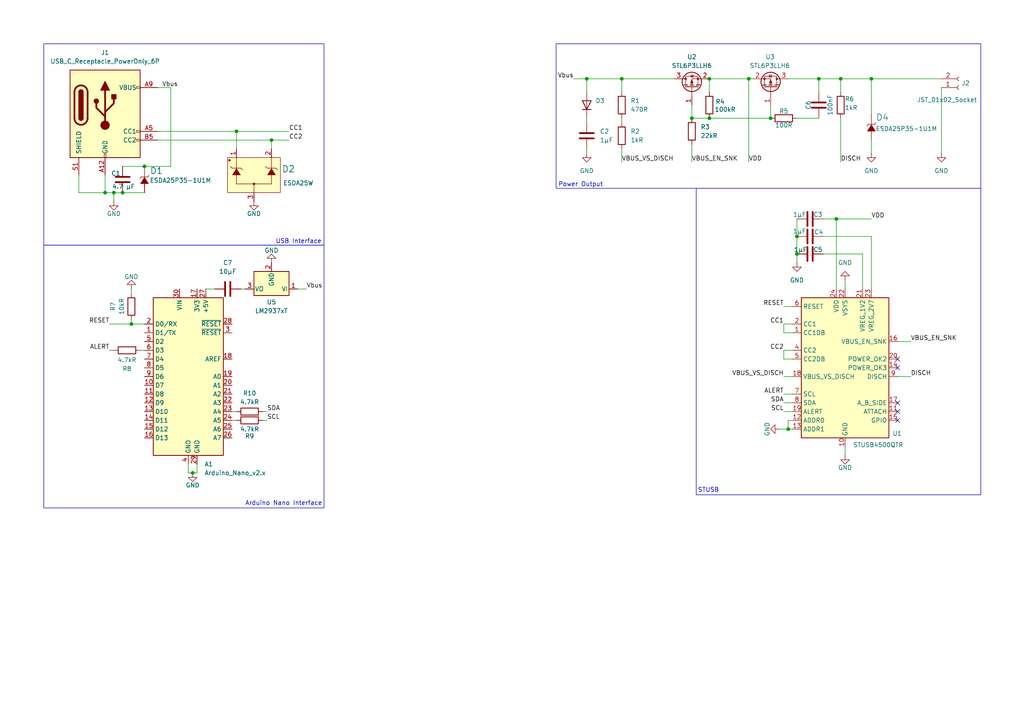
<source format=kicad_sch>
(kicad_sch (version 20250114) (generator "eeschema") (generator_version "9.0")
  (paper "A4")
  (lib_symbols
    (symbol "Connector:Conn_01x02_Socket" (pin_names (offset 1.016) (hide yes))
      (property "Reference" "J" (at 0 2.54 0))
      (property "Value" "Conn_01x02_Socket" (at 0 -5.08 0))
      (symbol "Conn_01x02_Socket_1_1"
        (polyline (pts (xy -1.27 0) (xy -0.508 0)) (stroke (width 0.1524)))
        (polyline (pts (xy -1.27 -2.54) (xy -0.508 -2.54)) (stroke (width 0.1524)))
        (arc (start 0 -0.508) (mid -0.5058 0) (end 0 0.508) (stroke (width 0.1524)))
        (arc (start 0 -3.048) (mid -0.5058 -2.54) (end 0 -2.032) (stroke (width 0.1524)))
        (pin passive line (at -5.08 0 0) (length 3.81) (name "Pin_1") (number "1"))
        (pin passive line (at -5.08 -2.54 0) (length 3.81) (name "Pin_2") (number "2"))
      )
    )
    (symbol "Connector:USB_C_Receptacle_PowerOnly_6P" (pin_names (offset 1.016))
      (property "Reference" "J" (at 0 16.51 0))
      (property "Value" "USB_C_Receptacle_PowerOnly_6P" (at 0 13.97 0))
      (symbol "USB_C_Receptacle_PowerOnly_6P_0_0"
        (rectangle (start -0.254 -12.7) (end 0.254 -11.684))
        (rectangle (start 10.16 7.874) (end 9.144 7.366))
        (rectangle (start 10.16 -4.826) (end 9.144 -5.334))
        (rectangle (start 10.16 -7.366) (end 9.144 -7.874))
      )
      (symbol "USB_C_Receptacle_PowerOnly_6P_0_1"
        (rectangle (start -10.16 12.7) (end 10.16 -12.7) (stroke (width 0.254)) (fill (type background)))
        (polyline (pts (xy -8.89 -1.27) (xy -8.89 6.35)) (stroke (width 0.508)))
        (rectangle (start -7.62 -1.27) (end -6.35 6.35) (stroke (width 0.254)) (fill (type outline)))
        (arc (start -7.62 6.35) (mid -6.985 6.9823) (end -6.35 6.35) (stroke (width 0.254)))
        (arc (start -7.62 6.35) (mid -6.985 6.9823) (end -6.35 6.35) (stroke (width 0.254)) (fill (type outline)))
        (arc (start -8.89 6.35) (mid -6.985 8.2467) (end -5.08 6.35) (stroke (width 0.508)))
        (arc (start -5.08 -1.27) (mid -6.985 -3.1667) (end -8.89 -1.27) (stroke (width 0.508)))
        (arc (start -6.35 -1.27) (mid -6.985 -1.9023) (end -7.62 -1.27) (stroke (width 0.254)))
        (arc (start -6.35 -1.27) (mid -6.985 -1.9023) (end -7.62 -1.27) (stroke (width 0.254)) (fill (type outline)))
        (polyline (pts (xy -5.08 6.35) (xy -5.08 -1.27)) (stroke (width 0.508)))
        (circle (center -2.54 3.683) (radius 0.635) (stroke (width 0.254)) (fill (type outline)))
        (polyline (pts (xy -1.27 6.858) (xy 0 9.398) (xy 1.27 6.858) (xy -1.27 6.858)) (stroke (width 0.254)) (fill (type outline)))
        (polyline (pts (xy 0 0.508) (xy 2.54 3.048) (xy 2.54 4.318)) (stroke (width 0.508)))
        (polyline (pts (xy 0 -0.762) (xy -2.54 1.778) (xy -2.54 3.048)) (stroke (width 0.508)))
        (polyline (pts (xy 0 -3.302) (xy 0 6.858)) (stroke (width 0.508)))
        (circle (center 0 -3.302) (radius 1.27) (fill (type outline)))
        (rectangle (start 1.905 4.318) (end 3.175 5.588) (stroke (width 0.254)) (fill (type outline)))
      )
      (symbol "USB_C_Receptacle_PowerOnly_6P_1_1"
        (pin passive line (at -7.62 -17.78 90) (length 5.08) (name "SHIELD") (number "S1"))
        (pin passive line (at 0 -17.78 90) (length 5.08) (name "GND") (number "A12"))
        (pin passive line (at 0 -17.78 90) (length 5.08) (hide yes) (name "GND") (number "B12"))
        (pin passive line (at 15.24 7.62 180) (length 5.08) (name "VBUS") (number "A9"))
        (pin passive line (at 15.24 7.62 180) (length 5.08) (hide yes) (name "VBUS") (number "B9"))
        (pin bidirectional line (at 15.24 -5.08 180) (length 5.08) (name "CC1") (number "A5"))
        (pin bidirectional line (at 15.24 -7.62 180) (length 5.08) (name "CC2") (number "B5"))
      )
    )
    (symbol "Device:C" (pin_numbers (hide yes)) (pin_names (offset 0.254))
      (property "Reference" "C" (at 0.635 2.54 0))
      (property "Value" "C" (at 0.635 -2.54 0))
      (symbol "C_0_1"
        (polyline (pts (xy -2.032 0.762) (xy 2.032 0.762)) (stroke (width 0.508)))
        (polyline (pts (xy -2.032 -0.762) (xy 2.032 -0.762)) (stroke (width 0.508)))
      )
      (symbol "C_1_1"
        (pin passive line (at 0 3.81 270) (length 2.794) (name "~") (number "1"))
        (pin passive line (at 0 -3.81 90) (length 2.794) (name "~") (number "2"))
      )
    )
    (symbol "Device:D" (pin_numbers (hide yes)) (pin_names (offset 1.016) (hide yes))
      (property "Reference" "D" (at 0 2.54 0))
      (property "Value" "D" (at 0 -2.54 0))
      (symbol "D_0_1"
        (polyline (pts (xy -1.27 1.27) (xy -1.27 -1.27)) (stroke (width 0.254)))
        (polyline (pts (xy 1.27 1.27) (xy 1.27 -1.27) (xy -1.27 0) (xy 1.27 1.27)) (stroke (width 0.254)))
        (polyline (pts (xy 1.27 0) (xy -1.27 0)))
      )
      (symbol "D_1_1"
        (pin passive line (at -3.81 0 0) (length 2.54) (name "K") (number "1"))
        (pin passive line (at 3.81 0 180) (length 2.54) (name "A") (number "2"))
      )
    )
    (symbol "Device:R" (pin_numbers (hide yes)) (pin_names (offset 0))
      (property "Reference" "R" (at 2.032 0 90))
      (property "Value" "R" (at 0 0 90))
      (symbol "R_0_1"
        (rectangle (start -1.016 -2.54) (end 1.016 2.54) (stroke (width 0.254)))
      )
      (symbol "R_1_1"
        (pin passive line (at 0 3.81 270) (length 1.27) (name "~") (number "1"))
        (pin passive line (at 0 -3.81 90) (length 1.27) (name "~") (number "2"))
      )
    )
    (symbol "ESDA25P35-1U1M:ESDA25P35-1U1M" (pin_numbers (hide yes)) (pin_names (hide yes))
      (property "Reference" "D" (at -0.254 -6.604 0))
      (property "Value" "ESDA25P35-1U1M" (at -7.874 -6.858 0))
      (symbol "ESDA25P35-1U1M_1_0"
        (polyline (pts (xy 0 -3.81) (xy 0 -3.81) (xy 0 -3.81) (xy 2.032 -2.54) (xy 0 -1.27) (xy 0 -3.81)) (stroke (width -0.0001)) (fill (type outline)))
        (polyline (pts (xy 1.524 -1.27) (xy 2.032 -1.524)))
        (polyline (pts (xy 2.032 -1.524) (xy 2.032 -3.556)))
        (polyline (pts (xy 2.032 -3.556) (xy 2.54 -3.81)))
        (polyline (pts (xy 5.08 -2.54) (xy 2.032 -2.54)))
        (pin passive line (at -2.54 -2.54 0) (length 2.54) (name "A") (number "2"))
        (pin passive line (at 5.08 -2.54 180) (length 0) (name "K") (number "1"))
      )
    )
    (symbol "ESDA25W:ESDA25W" (pin_names (hide yes))
      (property "Reference" "D" (at -0.254 -17.78 0))
      (property "Value" "ESDA25W" (at -0.508 -17.018 0))
      (symbol "ESDA25W_1_0"
        (polyline (pts (xy 0 -2.54) (xy 3.048 -2.54)))
        (circle (center 0.762 -0.508) (radius 0.254) (fill (type outline)))
        (polyline (pts (xy 3.048 -1.27) (xy 2.54 -0.762)))
        (polyline (pts (xy 3.048 -1.27) (xy 3.048 -3.81)))
        (polyline (pts (xy 3.048 -11.43) (xy 2.54 -10.922)))
        (polyline (pts (xy 3.048 -11.43) (xy 3.048 -13.97)))
        (polyline (pts (xy 3.048 -12.7) (xy 0 -12.7)))
        (polyline (pts (xy 3.556 -4.318) (xy 3.048 -3.81)))
        (polyline (pts (xy 3.556 -14.478) (xy 3.048 -13.97)))
        (polyline (pts (xy 5.08 -1.27) (xy 5.08 -3.81) (xy 5.08 -1.27) (xy 3.048 -2.54) (xy 5.08 -3.81) (xy 5.08 -1.27)) (stroke (width -0.0001)) (fill (type outline)))
        (polyline (pts (xy 5.08 -2.54) (xy 7.62 -2.54)))
        (polyline (pts (xy 5.08 -11.43) (xy 5.08 -11.43) (xy 5.08 -11.43) (xy 3.048 -12.7) (xy 5.08 -13.97) (xy 5.08 -11.43)) (stroke (width -0.0001)) (fill (type outline)))
        (circle (center 7.62 -7.62) (radius 0.254) (fill (type outline)))
        (polyline (pts (xy 7.62 -12.7) (xy 5.08 -12.7)))
        (polyline (pts (xy 7.62 -12.7) (xy 7.62 -2.54)))
        (rectangle (start 10.16 0) (end 0 -15.24) (stroke (width 0) (color 128 0 0 1)) (fill (type background)))
        (polyline (pts (xy 10.16 -7.62) (xy 7.62 -7.62)))
        (pin passive line (at -2.54 -2.54 0) (length 2.54) (name "1") (number "1"))
        (pin passive line (at -2.54 -12.7 0) (length 2.54) (name "2") (number "2"))
        (pin passive line (at 12.7 -7.62 180) (length 2.54) (name "3") (number "3"))
      )
    )
    (symbol "Interface_USB:STUSB4500QTR"
      (property "Reference" "U" (at -12.7 21.59 0))
      (property "Value" "STUSB4500QTR" (at 8.89 -21.59 0))
      (symbol "STUSB4500QTR_0_1"
        (rectangle (start -12.7 20.32) (end 12.7 -20.32) (stroke (width 0.254)) (fill (type background)))
      )
      (symbol "STUSB4500QTR_1_1"
        (pin input line (at -15.24 17.78 0) (length 2.54) (name "RESET") (number "6"))
        (pin bidirectional line (at -15.24 12.7 0) (length 2.54) (name "CC1") (number "2"))
        (pin bidirectional line (at -15.24 10.16 0) (length 2.54) (name "CC1DB") (number "1"))
        (pin bidirectional line (at -15.24 5.08 0) (length 2.54) (name "CC2") (number "4"))
        (pin bidirectional line (at -15.24 2.54 0) (length 2.54) (name "CC2DB") (number "5"))
        (pin input line (at -15.24 -2.54 0) (length 2.54) (name "VBUS_VS_DISCH") (number "18"))
        (pin input line (at -15.24 -7.62 0) (length 2.54) (name "SCL") (number "7"))
        (pin bidirectional line (at -15.24 -10.16 0) (length 2.54) (name "SDA") (number "8"))
        (pin open_collector line (at -15.24 -12.7 0) (length 2.54) (name "ALERT") (number "19"))
        (pin input line (at -15.24 -15.24 0) (length 2.54) (name "ADDR0") (number "12"))
        (pin input line (at -15.24 -17.78 0) (length 2.54) (name "ADDR1") (number "13"))
        (pin no_connect line (at -12.7 15.24 0) (length 2.54) (hide yes) (name "NC") (number "3"))
        (pin power_in line (at -2.54 22.86 270) (length 2.54) (name "VDD") (number "24"))
        (pin power_in line (at 0 22.86 270) (length 2.54) (name "VSYS") (number "22"))
        (pin power_in line (at 0 -22.86 90) (length 2.54) (name "GND") (number "10"))
        (pin passive line (at 0 -22.86 90) (length 2.54) (hide yes) (name "GND") (number "25"))
        (pin power_out line (at 5.08 22.86 270) (length 2.54) (name "VREG_1V2") (number "21"))
        (pin power_out line (at 7.62 22.86 270) (length 2.54) (name "VREG_2V7") (number "23"))
        (pin open_collector line (at 15.24 7.62 180) (length 2.54) (name "VBUS_EN_SNK") (number "16"))
        (pin open_collector line (at 15.24 2.54 180) (length 2.54) (name "POWER_OK2") (number "20"))
        (pin open_collector line (at 15.24 0 180) (length 2.54) (name "POWER_OK3") (number "14"))
        (pin bidirectional line (at 15.24 -2.54 180) (length 2.54) (name "DISCH") (number "9"))
        (pin open_collector line (at 15.24 -10.16 180) (length 2.54) (name "A_B_SIDE") (number "17"))
        (pin open_collector line (at 15.24 -12.7 180) (length 2.54) (name "ATTACH") (number "11"))
        (pin open_collector line (at 15.24 -15.24 180) (length 2.54) (name "GPIO") (number "15"))
      )
    )
    (symbol "MCU_Module:Arduino_Nano_v2.x"
      (property "Reference" "A" (at -10.16 23.495 0))
      (property "Value" "Arduino_Nano_v2.x" (at 5.08 -24.13 0))
      (symbol "Arduino_Nano_v2.x_0_1"
        (rectangle (start -10.16 22.86) (end 10.16 -22.86) (stroke (width 0.254)) (fill (type background)))
      )
      (symbol "Arduino_Nano_v2.x_1_1"
        (pin bidirectional line (at -12.7 15.24 0) (length 2.54) (name "D0/RX") (number "2"))
        (pin bidirectional line (at -12.7 12.7 0) (length 2.54) (name "D1/TX") (number "1"))
        (pin bidirectional line (at -12.7 10.16 0) (length 2.54) (name "D2") (number "5"))
        (pin bidirectional line (at -12.7 7.62 0) (length 2.54) (name "D3") (number "6"))
        (pin bidirectional line (at -12.7 5.08 0) (length 2.54) (name "D4") (number "7"))
        (pin bidirectional line (at -12.7 2.54 0) (length 2.54) (name "D5") (number "8"))
        (pin bidirectional line (at -12.7 0 0) (length 2.54) (name "D6") (number "9"))
        (pin bidirectional line (at -12.7 -2.54 0) (length 2.54) (name "D7") (number "10"))
        (pin bidirectional line (at -12.7 -5.08 0) (length 2.54) (name "D8") (number "11"))
        (pin bidirectional line (at -12.7 -7.62 0) (length 2.54) (name "D9") (number "12"))
        (pin bidirectional line (at -12.7 -10.16 0) (length 2.54) (name "D10") (number "13"))
        (pin bidirectional line (at -12.7 -12.7 0) (length 2.54) (name "D11") (number "14"))
        (pin bidirectional line (at -12.7 -15.24 0) (length 2.54) (name "D12") (number "15"))
        (pin bidirectional line (at -12.7 -17.78 0) (length 2.54) (name "D13") (number "16"))
        (pin power_in line (at -2.54 25.4 270) (length 2.54) (name "VIN") (number "30"))
        (pin power_in line (at 0 -25.4 90) (length 2.54) (name "GND") (number "4"))
        (pin power_out line (at 2.54 25.4 270) (length 2.54) (name "3V3") (number "17"))
        (pin power_in line (at 2.54 -25.4 90) (length 2.54) (name "GND") (number "29"))
        (pin power_out line (at 5.08 25.4 270) (length 2.54) (name "+5V") (number "27"))
        (pin input line (at 12.7 15.24 180) (length 2.54) (name "~{RESET}") (number "28"))
        (pin input line (at 12.7 12.7 180) (length 2.54) (name "~{RESET}") (number "3"))
        (pin input line (at 12.7 5.08 180) (length 2.54) (name "AREF") (number "18"))
        (pin bidirectional line (at 12.7 0 180) (length 2.54) (name "A0") (number "19"))
        (pin bidirectional line (at 12.7 -2.54 180) (length 2.54) (name "A1") (number "20"))
        (pin bidirectional line (at 12.7 -5.08 180) (length 2.54) (name "A2") (number "21"))
        (pin bidirectional line (at 12.7 -7.62 180) (length 2.54) (name "A3") (number "22"))
        (pin bidirectional line (at 12.7 -10.16 180) (length 2.54) (name "A4") (number "23"))
        (pin bidirectional line (at 12.7 -12.7 180) (length 2.54) (name "A5") (number "24"))
        (pin bidirectional line (at 12.7 -15.24 180) (length 2.54) (name "A6") (number "25"))
        (pin bidirectional line (at 12.7 -17.78 180) (length 2.54) (name "A7") (number "26"))
      )
    )
    (symbol "Regulator_Linear:LM2937xT" (pin_names (offset 0.254))
      (property "Reference" "U" (at -3.81 3.175 0))
      (property "Value" "LM2937xT" (at 0 3.175 0))
      (symbol "LM2937xT_0_1"
        (rectangle (start -5.08 1.905) (end 5.08 -5.08) (stroke (width 0.254)) (fill (type background)))
      )
      (symbol "LM2937xT_1_1"
        (pin power_in line (at -7.62 0 0) (length 2.54) (name "VI") (number "1"))
        (pin power_in line (at 0 -7.62 90) (length 2.54) (name "GND") (number "2"))
        (pin power_out line (at 7.62 0 180) (length 2.54) (name "VO") (number "3"))
      )
    )
    (symbol "Transistor_FET:AO3401A" (pin_names (hide yes))
      (property "Reference" "Q" (at 5.08 1.905 0))
      (property "Value" "AO3401A" (at 5.08 0 0))
      (symbol "AO3401A_0_1"
        (polyline (pts (xy 0.254 1.905) (xy 0.254 -1.905)) (stroke (width 0.254)))
        (polyline (pts (xy 0.254 0) (xy -2.54 0)))
        (polyline (pts (xy 0.762 2.286) (xy 0.762 1.27)) (stroke (width 0.254)))
        (polyline (pts (xy 0.762 1.778) (xy 3.302 1.778) (xy 3.302 -1.778) (xy 0.762 -1.778)))
        (polyline (pts (xy 0.762 0.508) (xy 0.762 -0.508)) (stroke (width 0.254)))
        (polyline (pts (xy 0.762 -1.27) (xy 0.762 -2.286)) (stroke (width 0.254)))
        (circle (center 1.651 0) (radius 2.794) (stroke (width 0.254)))
        (polyline (pts (xy 2.286 0) (xy 1.27 0.381) (xy 1.27 -0.381) (xy 2.286 0)) (fill (type outline)))
        (polyline (pts (xy 2.54 2.54) (xy 2.54 1.778)))
        (circle (center 2.54 1.778) (radius 0.254) (fill (type outline)))
        (circle (center 2.54 -1.778) (radius 0.254) (fill (type outline)))
        (polyline (pts (xy 2.54 -2.54) (xy 2.54 0) (xy 0.762 0)))
        (polyline (pts (xy 2.794 -0.508) (xy 2.921 -0.381) (xy 3.683 -0.381) (xy 3.81 -0.254)))
        (polyline (pts (xy 3.302 -0.381) (xy 2.921 0.254) (xy 3.683 0.254) (xy 3.302 -0.381)))
      )
      (symbol "AO3401A_1_1"
        (pin input line (at -5.08 0 0) (length 2.54) (name "G") (number "1"))
        (pin passive line (at 2.54 5.08 270) (length 2.54) (name "D") (number "3"))
        (pin passive line (at 2.54 -5.08 90) (length 2.54) (name "S") (number "2"))
      )
    )
    (symbol "power:GND" (power) (pin_numbers (hide yes)) (pin_names (offset 0) (hide yes))
      (property "Value" "GND" (at 0 -3.81 0))
      (symbol "GND_0_1"
        (polyline (pts (xy 0 0) (xy 0 -1.27) (xy 1.27 -1.27) (xy 0 -2.54) (xy -1.27 -1.27) (xy 0 -1.27)))
      )
      (symbol "GND_1_1"
        (pin power_in line (at 0 0 270) (length 0) (name "~") (number "1"))
      )
    )
  )
  (rectangle (start 12.7 12.7) (end 93.98 71.12))
  (rectangle (start 12.7 71.12) (end 93.98 147.32))
  (rectangle (start 161.29 12.7) (end 284.48 54.61))
  (rectangle (start 201.93 54.61) (end 284.48 143.51))
  (text "STUSB" (at 205.486 142.24 0) (effects (font (size 1.27 1.27))))
  (text "Arduino Nano Interface" (at 82.296 146.05 0) (effects (font (size 1.27 1.27))))
  (text "USB Interface" (at 86.614 70.104 0) (effects (font (size 1.27 1.27))))
  (text "Power Output" (at 168.402 53.594 0) (effects (font (size 1.27 1.27))))
  (junction (at 223.52 34.29))
  (junction (at 38.1 93.98))
  (junction (at 231.14 73.66))
  (junction (at 41.91 48.26))
  (junction (at 68.58 38.1))
  (junction (at 252.73 22.86))
  (junction (at 237.49 22.86))
  (junction (at 33.02 55.88))
  (junction (at 180.34 22.86))
  (junction (at 205.74 34.29))
  (junction (at 205.74 22.86))
  (junction (at 30.48 55.88))
  (junction (at 231.14 68.58))
  (junction (at 242.57 63.5))
  (junction (at 217.17 22.86))
  (junction (at 78.74 40.64))
  (junction (at 170.18 22.86))
  (junction (at 200.66 34.29))
  (junction (at 55.88 137.16))
  (junction (at 35.56 55.88))
  (junction (at 228.6 124.46))
  (junction (at 243.84 22.86))
  (no_connect (at 260.35 116.84))
  (no_connect (at 260.35 119.38))
  (no_connect (at 260.35 104.14))
  (no_connect (at 260.35 106.68))
  (no_connect (at 260.35 121.92))
  (wire (pts (xy 245.11 81.28) (xy 245.11 83.82)))
  (wire (pts (xy 243.84 26.67) (xy 243.84 22.86)))
  (wire (pts (xy 35.56 48.26) (xy 41.91 48.26)))
  (wire (pts (xy 205.74 22.86) (xy 217.17 22.86)))
  (wire (pts (xy 243.84 46.99) (xy 243.84 34.29)))
  (wire (pts (xy 227.33 119.38) (xy 229.87 119.38)))
  (wire (pts (xy 227.33 109.22) (xy 229.87 109.22)))
  (wire (pts (xy 49.53 25.4) (xy 49.53 48.26)))
  (wire (pts (xy 252.73 83.82) (xy 252.73 68.58)))
  (wire (pts (xy 228.6 121.92) (xy 228.6 124.46)))
  (wire (pts (xy 200.66 30.48) (xy 200.66 34.29)))
  (wire (pts (xy 242.57 83.82) (xy 242.57 63.5)))
  (wire (pts (xy 69.85 83.82) (xy 71.12 83.82)))
  (wire (pts (xy 200.66 34.29) (xy 205.74 34.29)))
  (wire (pts (xy 237.49 34.29) (xy 231.14 34.29)))
  (wire (pts (xy 242.57 63.5) (xy 238.76 63.5)))
  (wire (pts (xy 227.33 93.98) (xy 227.33 96.52)))
  (wire (pts (xy 45.72 38.1) (xy 68.58 38.1)))
  (wire (pts (xy 180.34 22.86) (xy 195.58 22.86)))
  (wire (pts (xy 242.57 63.5) (xy 252.73 63.5)))
  (wire (pts (xy 227.33 116.84) (xy 229.87 116.84)))
  (wire (pts (xy 217.17 22.86) (xy 218.44 22.86)))
  (wire (pts (xy 170.18 44.45) (xy 170.18 43.18)))
  (wire (pts (xy 260.35 99.06) (xy 264.16 99.06)))
  (wire (pts (xy 229.87 104.14) (xy 227.33 104.14)))
  (wire (pts (xy 237.49 22.86) (xy 237.49 26.67)))
  (wire (pts (xy 252.73 40.64) (xy 252.73 44.45)))
  (wire (pts (xy 86.36 83.82) (xy 88.9 83.82)))
  (wire (pts (xy 67.31 119.38) (xy 68.58 119.38)))
  (wire (pts (xy 231.14 63.5) (xy 231.14 68.58)))
  (wire (pts (xy 38.1 83.82) (xy 38.1 85.09)))
  (wire (pts (xy 252.73 22.86) (xy 243.84 22.86)))
  (wire (pts (xy 205.74 26.67) (xy 205.74 22.86)))
  (wire (pts (xy 45.72 40.64) (xy 78.74 40.64)))
  (wire (pts (xy 31.75 101.6) (xy 33.02 101.6)))
  (wire (pts (xy 226.06 124.46) (xy 228.6 124.46)))
  (wire (pts (xy 40.64 101.6) (xy 41.91 101.6)))
  (wire (pts (xy 205.74 34.29) (xy 223.52 34.29)))
  (wire (pts (xy 76.2 121.92) (xy 77.47 121.92)))
  (wire (pts (xy 38.1 92.71) (xy 38.1 93.98)))
  (wire (pts (xy 38.1 93.98) (xy 41.91 93.98)))
  (wire (pts (xy 68.58 38.1) (xy 83.82 38.1)))
  (wire (pts (xy 57.15 134.62) (xy 57.15 137.16)))
  (wire (pts (xy 227.33 114.3) (xy 229.87 114.3)))
  (wire (pts (xy 231.14 68.58) (xy 231.14 73.66)))
  (wire (pts (xy 217.17 22.86) (xy 217.17 46.99)))
  (wire (pts (xy 76.2 119.38) (xy 77.47 119.38)))
  (wire (pts (xy 78.74 40.64) (xy 83.82 40.64)))
  (wire (pts (xy 54.61 134.62) (xy 54.61 137.16)))
  (wire (pts (xy 227.33 101.6) (xy 227.33 104.14)))
  (wire (pts (xy 227.33 88.9) (xy 229.87 88.9)))
  (wire (pts (xy 231.14 73.66) (xy 231.14 76.2)))
  (wire (pts (xy 30.48 50.8) (xy 30.48 55.88)))
  (wire (pts (xy 227.33 93.98) (xy 229.87 93.98)))
  (wire (pts (xy 170.18 22.86) (xy 180.34 22.86)))
  (wire (pts (xy 229.87 101.6) (xy 227.33 101.6)))
  (wire (pts (xy 68.58 38.1) (xy 68.58 43.18)))
  (wire (pts (xy 229.87 96.52) (xy 227.33 96.52)))
  (wire (pts (xy 180.34 22.86) (xy 180.34 26.67)))
  (wire (pts (xy 78.74 40.64) (xy 78.74 43.18)))
  (wire (pts (xy 250.19 73.66) (xy 238.76 73.66)))
  (wire (pts (xy 33.02 55.88) (xy 35.56 55.88)))
  (wire (pts (xy 223.52 30.48) (xy 223.52 34.29)))
  (wire (pts (xy 273.05 25.4) (xy 273.05 44.45)))
  (wire (pts (xy 170.18 34.29) (xy 170.18 35.56)))
  (wire (pts (xy 228.6 124.46) (xy 229.87 124.46)))
  (wire (pts (xy 67.31 121.92) (xy 68.58 121.92)))
  (wire (pts (xy 250.19 83.82) (xy 250.19 73.66)))
  (wire (pts (xy 33.02 55.88) (xy 33.02 58.42)))
  (wire (pts (xy 59.69 83.82) (xy 62.23 83.82)))
  (wire (pts (xy 35.56 55.88) (xy 41.91 55.88)))
  (wire (pts (xy 252.73 22.86) (xy 273.05 22.86)))
  (wire (pts (xy 54.61 137.16) (xy 55.88 137.16)))
  (wire (pts (xy 243.84 22.86) (xy 237.49 22.86)))
  (wire (pts (xy 252.73 68.58) (xy 238.76 68.58)))
  (wire (pts (xy 245.11 129.54) (xy 245.11 132.08)))
  (wire (pts (xy 200.66 41.91) (xy 200.66 46.99)))
  (wire (pts (xy 170.18 22.86) (xy 170.18 26.67)))
  (wire (pts (xy 228.6 22.86) (xy 237.49 22.86)))
  (wire (pts (xy 41.91 48.26) (xy 49.53 48.26)))
  (wire (pts (xy 180.34 34.29) (xy 180.34 35.56)))
  (wire (pts (xy 260.35 109.22) (xy 264.16 109.22)))
  (wire (pts (xy 229.87 121.92) (xy 228.6 121.92)))
  (wire (pts (xy 22.86 55.88) (xy 30.48 55.88)))
  (wire (pts (xy 166.37 22.86) (xy 170.18 22.86)))
  (wire (pts (xy 55.88 137.16) (xy 57.15 137.16)))
  (wire (pts (xy 30.48 55.88) (xy 33.02 55.88)))
  (wire (pts (xy 22.86 50.8) (xy 22.86 55.88)))
  (wire (pts (xy 180.34 43.18) (xy 180.34 46.99)))
  (wire (pts (xy 45.72 25.4) (xy 49.53 25.4)))
  (wire (pts (xy 31.75 93.98) (xy 38.1 93.98)))
  (wire (pts (xy 252.73 33.02) (xy 252.73 22.86)))
  (label "CC2" (at 227.33 101.6 180))
  (label "DISCH" (at 243.84 46.99 0))
  (label "CC1" (at 83.82 38.1 0))
  (label "RESET" (at 31.75 93.98 180))
  (label "VBUS_EN_SNK" (at 264.16 99.06 0))
  (label "VDD" (at 252.73 63.5 0))
  (label "VDD" (at 217.17 46.99 0))
  (label "SCL" (at 77.47 121.92 0))
  (label "CC2" (at 83.82 40.64 0))
  (label "ALERT" (at 227.33 114.3 180))
  (label "VBUS_VS_DISCH" (at 227.33 109.22 180))
  (label "VBUS_VS_DISCH" (at 180.34 46.99 0))
  (label "DISCH" (at 264.16 109.22 0))
  (label "Vbus" (at 88.9 83.82 0))
  (label "SCL" (at 227.33 119.38 180))
  (label "Vbus" (at 46.99 25.4 0))
  (label "SDA" (at 227.33 116.84 180))
  (label "VBUS_EN_SNK" (at 200.66 46.99 0))
  (label "Vbus" (at 166.37 22.86 180))
  (label "CC1" (at 227.33 93.98 180))
  (label "ALERT" (at 31.75 101.6 180))
  (label "SDA" (at 77.47 119.38 0))
  (label "RESET" (at 227.33 88.9 180))
  (symbol (lib_id "Device:C") (at 66.04 83.82 90) (unit 1)
    (property "Reference" "C7" (at 66.04 76.2 90))
    (property "Value" "10μF" (at 66.04 78.74 90))
    (property "Footprint" "Capacitor_SMD:C_0603_1608Metric_Pad1.08x0.95mm_HandSolder" (effects (hide yes)))
    (property "Description" "Unpolarized capacitor" (effects (hide yes)))
  )
  (symbol (lib_id "power:GND") (at 33.02 58.42 0) (unit 1)
    (property "Reference" "#PWR09" (effects (hide yes)))
    (property "Value" "GND" (at 33.02 61.976 0))
    (property "Description" "Power symbol creates a global label with name \"GND\" , ground" (effects (hide yes)))
  )
  (symbol (lib_id "ESDA25P35-1U1M:ESDA25P35-1U1M") (at 39.37 53.34 90) (unit 1)
    (property "Reference" "D1" (at 43.434 49.53 90) (effects (font (size 1.8288 1.8288)) (justify right)))
    (property "Value" "ESDA25P35-1U1M" (at 43.434 52.324 90) (effects (justify right)))
    (property "Footprint" "ST_1610:ST_1610" (effects (hide yes)))
    (property "Datasheet" "kicad-embed://esda25p35-1u1m.pdf" (effects (hide yes)))
  )
  (symbol (lib_id "power:GND") (at 170.18 44.45 0) (unit 1)
    (property "Reference" "#PWR02" (effects (hide yes)))
    (property "Value" "GND" (at 170.18 49.53 0))
    (property "Description" "Power symbol creates a global label with name \"GND\" , ground" (effects (hide yes)))
  )
  (symbol (lib_id "power:GND") (at 252.73 44.45 0) (unit 1)
    (property "Reference" "#PWR05" (effects (hide yes)))
    (property "Value" "GND" (at 252.73 49.53 0))
    (property "Description" "Power symbol creates a global label with name \"GND\" , ground" (effects (hide yes)))
  )
  (symbol (lib_id "Device:C") (at 234.95 63.5 90) (unit 1)
    (property "Reference" "C3" (at 237.236 62.23 90))
    (property "Value" "1μF" (at 231.902 62.23 90))
    (property "Footprint" "Capacitor_SMD:C_0603_1608Metric_Pad1.08x0.95mm_HandSolder" (effects (hide yes)))
    (property "Description" "Unpolarized capacitor" (effects (hide yes)))
  )
  (symbol (lib_id "Device:R") (at 243.84 30.48 180) (unit 1)
    (property "Reference" "R6" (at 246.38 28.702 0))
    (property "Value" "1kR" (at 246.888 31.242 0))
    (property "Footprint" "Resistor_SMD:R_0603_1608Metric_Pad0.98x0.95mm_HandSolder" (effects (hide yes)))
    (property "Description" "Resistor" (effects (hide yes)))
  )
  (symbol (lib_id "power:GND") (at 231.14 76.2 0) (unit 1)
    (property "Reference" "#PWR03" (effects (hide yes)))
    (property "Value" "GND" (at 231.14 81.28 0))
    (property "Description" "Power symbol creates a global label with name \"GND\" , ground" (effects (hide yes)))
  )
  (symbol (lib_id "power:GND") (at 78.74 76.2 180) (unit 1)
    (property "Reference" "#PWR07" (effects (hide yes)))
    (property "Value" "GND" (at 78.74 72.644 0))
    (property "Description" "Power symbol creates a global label with name \"GND\" , ground" (effects (hide yes)))
  )
  (symbol (lib_id "Device:R") (at 36.83 101.6 270) (unit 1)
    (property "Reference" "R8" (at 36.83 106.934 90))
    (property "Value" "4.7kR" (at 36.83 104.394 90))
    (property "Footprint" "Resistor_SMD:R_0603_1608Metric_Pad0.98x0.95mm_HandSolder" (effects (hide yes)))
    (property "Description" "Resistor" (effects (hide yes)))
  )
  (symbol (lib_id "Interface_USB:STUSB4500QTR") (at 245.11 106.68 0) (unit 1)
    (property "Reference" "U1" (at 258.826 125.73 0) (effects (justify left)))
    (property "Value" "STUSB4500QTR" (at 247.396 129.032 0) (effects (justify left)))
    (property "Footprint" "Package_DFN_QFN:QFN-24-1EP_4x4mm_P0.5mm_EP2.7x2.7mm" (effects (hide yes)))
    (property "Datasheet" "https://www.st.com/resource/en/datasheet/stusb4500.pdf" (effects (hide yes)))
    (property "Description" "Stand-alone USB PD controller (with sink Auto-run mode), QFN-24" (effects (hide yes)))
  )
  (symbol (lib_id "power:GND") (at 273.05 44.45 0) (unit 1)
    (property "Reference" "#PWR06" (effects (hide yes)))
    (property "Value" "GND" (at 273.05 49.53 0))
    (property "Description" "Power symbol creates a global label with name \"GND\" , ground" (effects (hide yes)))
  )
  (symbol (lib_id "Regulator_Linear:LM2937xT") (at 78.74 83.82 180) (unit 1)
    (property "Reference" "U5" (at 78.74 87.63 0))
    (property "Value" "LM2937xT" (at 78.74 90.17 0))
    (property "Footprint" "Package_TO_SOT_THT:TO-220-3_Vertical" (effects (hide yes)))
    (property "Datasheet" "http://www.ti.com/lit/ds/symlink/lm2937.pdf" (effects (hide yes)))
    (property "Description" "500-mA Low Dropout Regulator, TO-220" (effects (hide yes)))
  )
  (symbol (lib_id "Device:C") (at 170.18 39.37 0) (unit 1)
    (property "Reference" "C2" (at 173.99 38.0999 0) (effects (justify left)))
    (property "Value" "1μF" (at 173.99 40.6399 0) (effects (justify left)))
    (property "Footprint" "Capacitor_SMD:C_0603_1608Metric_Pad1.08x0.95mm_HandSolder" (effects (hide yes)))
    (property "Description" "Unpolarized capacitor" (effects (hide yes)))
  )
  (symbol (lib_id "power:GND") (at 245.11 132.08 0) (unit 1)
    (property "Reference" "#PWR010" (effects (hide yes)))
    (property "Value" "GND" (at 245.11 135.636 0))
    (property "Description" "Power symbol creates a global label with name \"GND\" , ground" (effects (hide yes)))
  )
  (symbol (lib_id "power:GND") (at 73.66 58.42 0) (unit 1)
    (property "Reference" "#PWR08" (effects (hide yes)))
    (property "Value" "GND" (at 73.66 61.976 0))
    (property "Description" "Power symbol creates a global label with name \"GND\" , ground" (effects (hide yes)))
  )
  (symbol (lib_id "Device:R") (at 200.66 38.1 0) (unit 1)
    (property "Reference" "R3" (at 203.2 36.8299 0) (effects (justify left)))
    (property "Value" "22kR" (at 203.2 39.3699 0) (effects (justify left)))
    (property "Footprint" "Resistor_SMD:R_0603_1608Metric_Pad0.98x0.95mm_HandSolder" (effects (hide yes)))
    (property "Description" "Resistor" (effects (hide yes)))
  )
  (symbol (lib_id "MCU_Module:Arduino_Nano_v2.x") (at 54.61 109.22 0) (unit 1)
    (property "Reference" "A1" (at 59.2933 134.62 0) (effects (justify left)))
    (property "Value" "Arduino_Nano_v2.x" (at 59.2933 137.16 0) (effects (justify left)))
    (property "Footprint" "Module:Arduino_Nano" (effects (hide yes)))
    (property "Datasheet" "https://www.arduino.cc/en/uploads/Main/ArduinoNanoManual23.pdf" (effects (hide yes)))
    (property "Description" "Arduino Nano v2.x" (effects (hide yes)))
  )
  (symbol (lib_id "Device:D") (at 170.18 30.48 90) (unit 1)
    (property "Reference" "D3" (at 172.72 29.2099 90) (effects (justify right)))
    (property "Value" "D" (effects (hide yes)))
    (property "Footprint" "Diode_SMD:D_0603_1608Metric_Pad1.05x0.95mm_HandSolder" (effects (hide yes)))
    (property "Description" "Diode" (effects (hide yes)))
    (property "Sim.Device" "D" (effects (hide yes)))
    (property "Sim.Pins" "1=K 2=A" (effects (hide yes)))
  )
  (symbol (lib_id "Device:R") (at 180.34 30.48 0) (unit 1)
    (property "Reference" "R1" (at 182.88 29.2099 0) (effects (justify left)))
    (property "Value" "470R" (at 182.88 31.7499 0) (effects (justify left)))
    (property "Footprint" "Resistor_SMD:R_0603_1608Metric_Pad0.98x0.95mm_HandSolder" (effects (hide yes)))
    (property "Description" "Resistor" (effects (hide yes)))
  )
  (symbol (lib_id "power:GND") (at 38.1 83.82 180) (unit 1)
    (property "Reference" "#PWR012" (effects (hide yes)))
    (property "Value" "GND" (at 38.1 80.264 0))
    (property "Description" "Power symbol creates a global label with name \"GND\" , ground" (effects (hide yes)))
  )
  (symbol (lib_id "Transistor_FET:AO3401A") (at 200.66 25.4 90) (unit 1)
    (property "Reference" "U2" (at 200.66 16.51 90))
    (property "Value" "STL6P3LLH6" (at 200.66 19.05 90))
    (property "Footprint" "STL6P3LLH6:POWERFLAT_3P3X3P3_STM2" (effects (hide yes)))
    (property "Datasheet" "https://www.st.com/resource/en/datasheet/stl6p3llh6.pdf" (effects (hide yes)))
  )
  (symbol (lib_id "Device:R") (at 205.74 30.48 180) (unit 1)
    (property "Reference" "R4" (at 207.518 29.464 0) (effects (justify right)))
    (property "Value" "100kR" (at 207.264 31.75 0) (effects (justify right)))
    (property "Footprint" "Resistor_SMD:R_0603_1608Metric_Pad0.98x0.95mm_HandSolder" (effects (hide yes)))
    (property "Description" "Resistor" (effects (hide yes)))
  )
  (symbol (lib_id "Device:R") (at 38.1 88.9 180) (unit 1)
    (property "Reference" "R7" (at 32.766 88.9 90))
    (property "Value" "10kR" (at 35.306 88.9 90))
    (property "Footprint" "Resistor_SMD:R_0603_1608Metric_Pad0.98x0.95mm_HandSolder" (effects (hide yes)))
    (property "Description" "Resistor" (effects (hide yes)))
  )
  (symbol (lib_id "Transistor_FET:AO3401A") (at 223.52 25.4 270) (mirror x) (unit 1)
    (property "Reference" "U3" (at 221.996 16.51 90) (effects (justify left)))
    (property "Value" "STL6P3LLH6" (at 217.424 19.05 90) (effects (justify left)))
    (property "Footprint" "STL6P3LLH6:POWERFLAT_3P3X3P3_STM2" (effects (hide yes)))
    (property "Datasheet" "https://www.st.com/resource/en/datasheet/stl6p3llh6.pdf" (effects (hide yes)))
  )
  (symbol (lib_id "power:GND") (at 226.06 124.46 270) (unit 1)
    (property "Reference" "#PWR011" (effects (hide yes)))
    (property "Value" "GND" (at 222.504 124.46 0))
    (property "Description" "Power symbol creates a global label with name \"GND\" , ground" (effects (hide yes)))
  )
  (symbol (lib_id "Connector:USB_C_Receptacle_PowerOnly_6P") (at 30.48 33.02 0) (unit 1)
    (property "Reference" "J1" (at 30.48 15.24 0))
    (property "Value" "USB_C_Receptacle_PowerOnly_6P" (at 30.48 17.78 0))
    (property "Footprint" "Connector_USB:USB_C_Receptacle_GCT_USB4105-xx-A_16P_TopMnt_Horizontal" (effects (hide yes)))
    (property "Datasheet" "https://www.usb.org/sites/default/files/documents/usb_type-c.zip" (effects (hide yes)))
    (property "Description" "USB Power-Only 6P Type-C Receptacle connector" (effects (hide yes)))
  )
  (symbol (lib_id "power:GND") (at 55.88 137.16 0) (unit 1)
    (property "Reference" "#PWR01" (effects (hide yes)))
    (property "Value" "GND" (at 55.88 140.716 0))
    (property "Description" "Power symbol creates a global label with name \"GND\" , ground" (effects (hide yes)))
  )
  (symbol (lib_id "Device:R") (at 180.34 39.37 0) (unit 1)
    (property "Reference" "R2" (at 182.88 38.0999 0) (effects (justify left)))
    (property "Value" "1kR" (at 182.88 40.6399 0) (effects (justify left)))
    (property "Footprint" "Resistor_SMD:R_0603_1608Metric_Pad0.98x0.95mm_HandSolder" (effects (hide yes)))
    (property "Description" "Resistor" (effects (hide yes)))
  )
  (symbol (lib_id "Device:C") (at 35.56 52.07 0) (unit 1)
    (property "Reference" "C1" (at 32.258 50.292 0) (effects (justify left)))
    (property "Value" "4.7 μF" (at 32.512 54.102 0) (effects (justify left)))
    (property "Footprint" "Capacitor_SMD:C_0603_1608Metric_Pad1.08x0.95mm_HandSolder" (effects (hide yes)))
    (property "Description" "Unpolarized capacitor - VBUS – DEVICE Capacitor CVBUS 4.7 μF Range: 1.0 μF to 10.0 μF" (effects (hide yes)))
  )
  (symbol (lib_id "Device:C") (at 234.95 73.66 90) (unit 1)
    (property "Reference" "C5" (at 237.236 72.39 90))
    (property "Value" "1μF" (at 232.156 72.39 90))
    (property "Footprint" "Capacitor_SMD:C_0603_1608Metric_Pad1.08x0.95mm_HandSolder" (effects (hide yes)))
    (property "Description" "Unpolarized capacitor" (effects (hide yes)))
  )
  (symbol (lib_id "ESDA25P35-1U1M:ESDA25P35-1U1M") (at 250.19 38.1 90) (unit 1)
    (property "Reference" "D4" (at 254 34.036 90) (effects (font (size 1.8288 1.8288)) (justify right)))
    (property "Value" "ESDA25P35-1U1M" (at 254 37.338 90) (effects (justify right)))
    (property "Footprint" "ST_1610:ST_1610" (effects (hide yes)))
    (property "Datasheet" "kicad-embed://esda25p35-1u1m.pdf" (effects (hide yes)))
  )
  (symbol (lib_id "Device:R") (at 72.39 121.92 90) (unit 1)
    (property "Reference" "R9" (at 72.39 126.492 90))
    (property "Value" "4.7kR" (at 72.39 124.46 90))
    (property "Footprint" "Resistor_SMD:R_0603_1608Metric_Pad0.98x0.95mm_HandSolder" (effects (hide yes)))
    (property "Description" "Resistor" (effects (hide yes)))
  )
  (symbol (lib_id "Device:C") (at 234.95 68.58 90) (unit 1)
    (property "Reference" "C4" (at 237.49 67.31 90))
    (property "Value" "1μF" (at 231.902 67.056 90))
    (property "Footprint" "Capacitor_SMD:C_0603_1608Metric_Pad1.08x0.95mm_HandSolder" (effects (hide yes)))
    (property "Description" "Unpolarized capacitor" (effects (hide yes)))
  )
  (symbol (lib_id "Device:R") (at 227.33 34.29 270) (unit 1)
    (property "Reference" "R5" (at 227.33 32.258 90))
    (property "Value" "100R" (at 227.33 36.322 90))
    (property "Footprint" "Resistor_SMD:R_0603_1608Metric_Pad0.98x0.95mm_HandSolder" (effects (hide yes)))
    (property "Description" "Resistor" (effects (hide yes)))
  )
  (symbol (lib_id "Device:C") (at 237.49 30.48 180) (unit 1)
    (property "Reference" "C6" (at 234.442 30.48 90))
    (property "Value" "100nF" (at 240.792 30.48 90))
    (property "Footprint" "Capacitor_SMD:C_0603_1608Metric_Pad1.08x0.95mm_HandSolder" (effects (hide yes)))
    (property "Description" "Unpolarized capacitor" (effects (hide yes)))
  )
  (symbol (lib_id "Device:R") (at 72.39 119.38 90) (unit 1)
    (property "Reference" "R10" (at 72.39 114.046 90))
    (property "Value" "4.7kR" (at 72.39 116.586 90))
    (property "Footprint" "Resistor_SMD:R_0603_1608Metric_Pad0.98x0.95mm_HandSolder" (effects (hide yes)))
    (property "Description" "Resistor" (effects (hide yes)))
  )
  (symbol (lib_id "Connector:Conn_01x02_Socket") (at 278.13 25.4 0) (mirror x) (unit 1)
    (property "Reference" "J2" (at 278.892 24.13 0) (effects (justify left)))
    (property "Value" "JST_01x02_Socket" (at 265.938 28.956 0) (effects (justify left)))
    (property "Footprint" "Connector_JST:JST_XH_B2B-XH-AM_1x02_P2.50mm_Vertical" (effects (hide yes)))
    (property "Description" "Generic connector, single row, 01x02, script generated" (effects (hide yes)))
  )
  (symbol (lib_id "ESDA25W:ESDA25W") (at 66.04 45.72 90) (mirror x) (unit 1)
    (property "Reference" "D2" (at 85.598 49.022 90) (effects (font (size 1.8288 1.8288)) (justify left)))
    (property "Value" "ESDA25W" (at 90.932 53.086 90) (effects (justify left)))
    (property "Footprint" "ST_SOT323-3L:ST_SOT323-3L" (effects (hide yes)))
  )
  (symbol (lib_id "power:GND") (at 245.11 81.28 180) (unit 1)
    (property "Reference" "#PWR04" (effects (hide yes)))
    (property "Value" "GND" (at 245.11 76.2 0))
    (property "Description" "Power symbol creates a global label with name \"GND\" , ground" (effects (hide yes)))
  )
)
</source>
